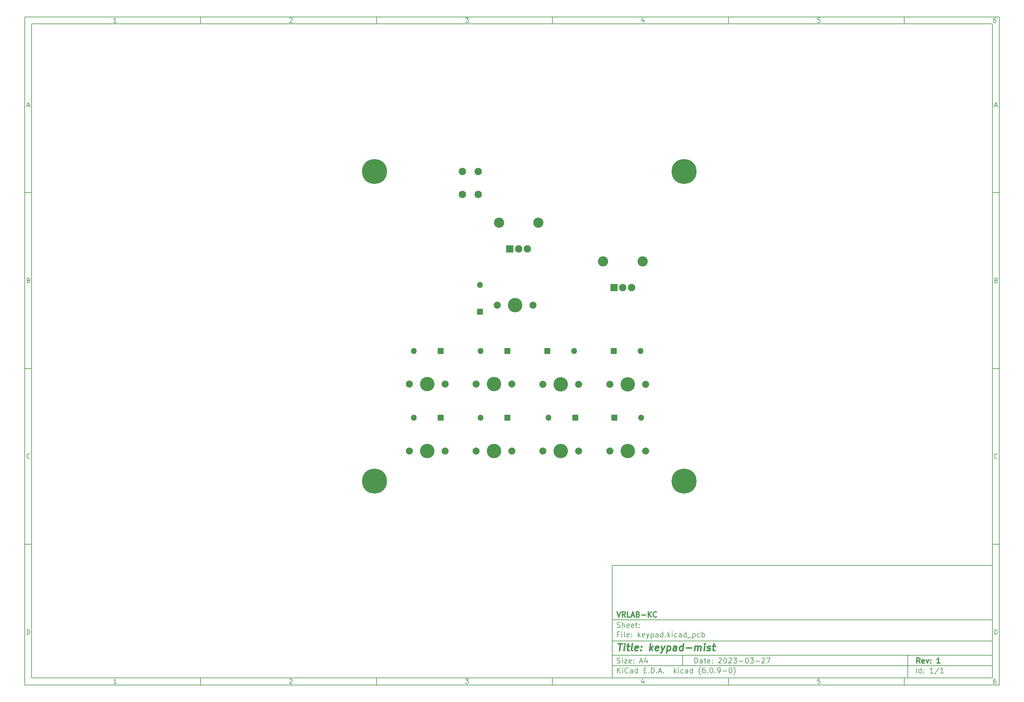
<source format=gbr>
G04 #@! TF.GenerationSoftware,KiCad,Pcbnew,(6.0.9-0)*
G04 #@! TF.CreationDate,2023-03-29T20:51:07+09:00*
G04 #@! TF.ProjectId,keypad,6b657970-6164-42e6-9b69-6361645f7063,1*
G04 #@! TF.SameCoordinates,Original*
G04 #@! TF.FileFunction,Soldermask,Top*
G04 #@! TF.FilePolarity,Negative*
%FSLAX46Y46*%
G04 Gerber Fmt 4.6, Leading zero omitted, Abs format (unit mm)*
G04 Created by KiCad (PCBNEW (6.0.9-0)) date 2023-03-29 20:51:07*
%MOMM*%
%LPD*%
G01*
G04 APERTURE LIST*
G04 Aperture macros list*
%AMRoundRect*
0 Rectangle with rounded corners*
0 $1 Rounding radius*
0 $2 $3 $4 $5 $6 $7 $8 $9 X,Y pos of 4 corners*
0 Add a 4 corners polygon primitive as box body*
4,1,4,$2,$3,$4,$5,$6,$7,$8,$9,$2,$3,0*
0 Add four circle primitives for the rounded corners*
1,1,$1+$1,$2,$3*
1,1,$1+$1,$4,$5*
1,1,$1+$1,$6,$7*
1,1,$1+$1,$8,$9*
0 Add four rect primitives between the rounded corners*
20,1,$1+$1,$2,$3,$4,$5,0*
20,1,$1+$1,$4,$5,$6,$7,0*
20,1,$1+$1,$6,$7,$8,$9,0*
20,1,$1+$1,$8,$9,$2,$3,0*%
G04 Aperture macros list end*
%ADD10C,0.100000*%
%ADD11C,0.150000*%
%ADD12C,0.300000*%
%ADD13C,0.400000*%
%ADD14C,4.100000*%
%ADD15C,2.000000*%
%ADD16RoundRect,0.050000X-0.800000X-0.800000X0.800000X-0.800000X0.800000X0.800000X-0.800000X0.800000X0*%
%ADD17O,1.700000X1.700000*%
%ADD18C,7.100000*%
%ADD19C,4.000000*%
%ADD20RoundRect,0.050000X0.800000X-0.800000X0.800000X0.800000X-0.800000X0.800000X-0.800000X-0.800000X0*%
%ADD21RoundRect,0.050000X0.800000X0.800000X-0.800000X0.800000X-0.800000X-0.800000X0.800000X-0.800000X0*%
%ADD22RoundRect,0.050000X1.000000X-1.000000X1.000000X1.000000X-1.000000X1.000000X-1.000000X-1.000000X0*%
%ADD23C,2.100000*%
%ADD24C,2.900000*%
G04 APERTURE END LIST*
D10*
D11*
X177002200Y-166007200D02*
X177002200Y-198007200D01*
X285002200Y-198007200D01*
X285002200Y-166007200D01*
X177002200Y-166007200D01*
D10*
D11*
X10000000Y-10000000D02*
X10000000Y-200007200D01*
X287002200Y-200007200D01*
X287002200Y-10000000D01*
X10000000Y-10000000D01*
D10*
D11*
X12000000Y-12000000D02*
X12000000Y-198007200D01*
X285002200Y-198007200D01*
X285002200Y-12000000D01*
X12000000Y-12000000D01*
D10*
D11*
X60000000Y-12000000D02*
X60000000Y-10000000D01*
D10*
D11*
X110000000Y-12000000D02*
X110000000Y-10000000D01*
D10*
D11*
X160000000Y-12000000D02*
X160000000Y-10000000D01*
D10*
D11*
X210000000Y-12000000D02*
X210000000Y-10000000D01*
D10*
D11*
X260000000Y-12000000D02*
X260000000Y-10000000D01*
D10*
D11*
X36065476Y-11588095D02*
X35322619Y-11588095D01*
X35694047Y-11588095D02*
X35694047Y-10288095D01*
X35570238Y-10473809D01*
X35446428Y-10597619D01*
X35322619Y-10659523D01*
D10*
D11*
X85322619Y-10411904D02*
X85384523Y-10350000D01*
X85508333Y-10288095D01*
X85817857Y-10288095D01*
X85941666Y-10350000D01*
X86003571Y-10411904D01*
X86065476Y-10535714D01*
X86065476Y-10659523D01*
X86003571Y-10845238D01*
X85260714Y-11588095D01*
X86065476Y-11588095D01*
D10*
D11*
X135260714Y-10288095D02*
X136065476Y-10288095D01*
X135632142Y-10783333D01*
X135817857Y-10783333D01*
X135941666Y-10845238D01*
X136003571Y-10907142D01*
X136065476Y-11030952D01*
X136065476Y-11340476D01*
X136003571Y-11464285D01*
X135941666Y-11526190D01*
X135817857Y-11588095D01*
X135446428Y-11588095D01*
X135322619Y-11526190D01*
X135260714Y-11464285D01*
D10*
D11*
X185941666Y-10721428D02*
X185941666Y-11588095D01*
X185632142Y-10226190D02*
X185322619Y-11154761D01*
X186127380Y-11154761D01*
D10*
D11*
X236003571Y-10288095D02*
X235384523Y-10288095D01*
X235322619Y-10907142D01*
X235384523Y-10845238D01*
X235508333Y-10783333D01*
X235817857Y-10783333D01*
X235941666Y-10845238D01*
X236003571Y-10907142D01*
X236065476Y-11030952D01*
X236065476Y-11340476D01*
X236003571Y-11464285D01*
X235941666Y-11526190D01*
X235817857Y-11588095D01*
X235508333Y-11588095D01*
X235384523Y-11526190D01*
X235322619Y-11464285D01*
D10*
D11*
X285941666Y-10288095D02*
X285694047Y-10288095D01*
X285570238Y-10350000D01*
X285508333Y-10411904D01*
X285384523Y-10597619D01*
X285322619Y-10845238D01*
X285322619Y-11340476D01*
X285384523Y-11464285D01*
X285446428Y-11526190D01*
X285570238Y-11588095D01*
X285817857Y-11588095D01*
X285941666Y-11526190D01*
X286003571Y-11464285D01*
X286065476Y-11340476D01*
X286065476Y-11030952D01*
X286003571Y-10907142D01*
X285941666Y-10845238D01*
X285817857Y-10783333D01*
X285570238Y-10783333D01*
X285446428Y-10845238D01*
X285384523Y-10907142D01*
X285322619Y-11030952D01*
D10*
D11*
X60000000Y-198007200D02*
X60000000Y-200007200D01*
D10*
D11*
X110000000Y-198007200D02*
X110000000Y-200007200D01*
D10*
D11*
X160000000Y-198007200D02*
X160000000Y-200007200D01*
D10*
D11*
X210000000Y-198007200D02*
X210000000Y-200007200D01*
D10*
D11*
X260000000Y-198007200D02*
X260000000Y-200007200D01*
D10*
D11*
X36065476Y-199595295D02*
X35322619Y-199595295D01*
X35694047Y-199595295D02*
X35694047Y-198295295D01*
X35570238Y-198481009D01*
X35446428Y-198604819D01*
X35322619Y-198666723D01*
D10*
D11*
X85322619Y-198419104D02*
X85384523Y-198357200D01*
X85508333Y-198295295D01*
X85817857Y-198295295D01*
X85941666Y-198357200D01*
X86003571Y-198419104D01*
X86065476Y-198542914D01*
X86065476Y-198666723D01*
X86003571Y-198852438D01*
X85260714Y-199595295D01*
X86065476Y-199595295D01*
D10*
D11*
X135260714Y-198295295D02*
X136065476Y-198295295D01*
X135632142Y-198790533D01*
X135817857Y-198790533D01*
X135941666Y-198852438D01*
X136003571Y-198914342D01*
X136065476Y-199038152D01*
X136065476Y-199347676D01*
X136003571Y-199471485D01*
X135941666Y-199533390D01*
X135817857Y-199595295D01*
X135446428Y-199595295D01*
X135322619Y-199533390D01*
X135260714Y-199471485D01*
D10*
D11*
X185941666Y-198728628D02*
X185941666Y-199595295D01*
X185632142Y-198233390D02*
X185322619Y-199161961D01*
X186127380Y-199161961D01*
D10*
D11*
X236003571Y-198295295D02*
X235384523Y-198295295D01*
X235322619Y-198914342D01*
X235384523Y-198852438D01*
X235508333Y-198790533D01*
X235817857Y-198790533D01*
X235941666Y-198852438D01*
X236003571Y-198914342D01*
X236065476Y-199038152D01*
X236065476Y-199347676D01*
X236003571Y-199471485D01*
X235941666Y-199533390D01*
X235817857Y-199595295D01*
X235508333Y-199595295D01*
X235384523Y-199533390D01*
X235322619Y-199471485D01*
D10*
D11*
X285941666Y-198295295D02*
X285694047Y-198295295D01*
X285570238Y-198357200D01*
X285508333Y-198419104D01*
X285384523Y-198604819D01*
X285322619Y-198852438D01*
X285322619Y-199347676D01*
X285384523Y-199471485D01*
X285446428Y-199533390D01*
X285570238Y-199595295D01*
X285817857Y-199595295D01*
X285941666Y-199533390D01*
X286003571Y-199471485D01*
X286065476Y-199347676D01*
X286065476Y-199038152D01*
X286003571Y-198914342D01*
X285941666Y-198852438D01*
X285817857Y-198790533D01*
X285570238Y-198790533D01*
X285446428Y-198852438D01*
X285384523Y-198914342D01*
X285322619Y-199038152D01*
D10*
D11*
X10000000Y-60000000D02*
X12000000Y-60000000D01*
D10*
D11*
X10000000Y-110000000D02*
X12000000Y-110000000D01*
D10*
D11*
X10000000Y-160000000D02*
X12000000Y-160000000D01*
D10*
D11*
X10690476Y-35216666D02*
X11309523Y-35216666D01*
X10566666Y-35588095D02*
X11000000Y-34288095D01*
X11433333Y-35588095D01*
D10*
D11*
X11092857Y-84907142D02*
X11278571Y-84969047D01*
X11340476Y-85030952D01*
X11402380Y-85154761D01*
X11402380Y-85340476D01*
X11340476Y-85464285D01*
X11278571Y-85526190D01*
X11154761Y-85588095D01*
X10659523Y-85588095D01*
X10659523Y-84288095D01*
X11092857Y-84288095D01*
X11216666Y-84350000D01*
X11278571Y-84411904D01*
X11340476Y-84535714D01*
X11340476Y-84659523D01*
X11278571Y-84783333D01*
X11216666Y-84845238D01*
X11092857Y-84907142D01*
X10659523Y-84907142D01*
D10*
D11*
X11402380Y-135464285D02*
X11340476Y-135526190D01*
X11154761Y-135588095D01*
X11030952Y-135588095D01*
X10845238Y-135526190D01*
X10721428Y-135402380D01*
X10659523Y-135278571D01*
X10597619Y-135030952D01*
X10597619Y-134845238D01*
X10659523Y-134597619D01*
X10721428Y-134473809D01*
X10845238Y-134350000D01*
X11030952Y-134288095D01*
X11154761Y-134288095D01*
X11340476Y-134350000D01*
X11402380Y-134411904D01*
D10*
D11*
X10659523Y-185588095D02*
X10659523Y-184288095D01*
X10969047Y-184288095D01*
X11154761Y-184350000D01*
X11278571Y-184473809D01*
X11340476Y-184597619D01*
X11402380Y-184845238D01*
X11402380Y-185030952D01*
X11340476Y-185278571D01*
X11278571Y-185402380D01*
X11154761Y-185526190D01*
X10969047Y-185588095D01*
X10659523Y-185588095D01*
D10*
D11*
X287002200Y-60000000D02*
X285002200Y-60000000D01*
D10*
D11*
X287002200Y-110000000D02*
X285002200Y-110000000D01*
D10*
D11*
X287002200Y-160000000D02*
X285002200Y-160000000D01*
D10*
D11*
X285692676Y-35216666D02*
X286311723Y-35216666D01*
X285568866Y-35588095D02*
X286002200Y-34288095D01*
X286435533Y-35588095D01*
D10*
D11*
X286095057Y-84907142D02*
X286280771Y-84969047D01*
X286342676Y-85030952D01*
X286404580Y-85154761D01*
X286404580Y-85340476D01*
X286342676Y-85464285D01*
X286280771Y-85526190D01*
X286156961Y-85588095D01*
X285661723Y-85588095D01*
X285661723Y-84288095D01*
X286095057Y-84288095D01*
X286218866Y-84350000D01*
X286280771Y-84411904D01*
X286342676Y-84535714D01*
X286342676Y-84659523D01*
X286280771Y-84783333D01*
X286218866Y-84845238D01*
X286095057Y-84907142D01*
X285661723Y-84907142D01*
D10*
D11*
X286404580Y-135464285D02*
X286342676Y-135526190D01*
X286156961Y-135588095D01*
X286033152Y-135588095D01*
X285847438Y-135526190D01*
X285723628Y-135402380D01*
X285661723Y-135278571D01*
X285599819Y-135030952D01*
X285599819Y-134845238D01*
X285661723Y-134597619D01*
X285723628Y-134473809D01*
X285847438Y-134350000D01*
X286033152Y-134288095D01*
X286156961Y-134288095D01*
X286342676Y-134350000D01*
X286404580Y-134411904D01*
D10*
D11*
X285661723Y-185588095D02*
X285661723Y-184288095D01*
X285971247Y-184288095D01*
X286156961Y-184350000D01*
X286280771Y-184473809D01*
X286342676Y-184597619D01*
X286404580Y-184845238D01*
X286404580Y-185030952D01*
X286342676Y-185278571D01*
X286280771Y-185402380D01*
X286156961Y-185526190D01*
X285971247Y-185588095D01*
X285661723Y-185588095D01*
D10*
D11*
X200434342Y-193785771D02*
X200434342Y-192285771D01*
X200791485Y-192285771D01*
X201005771Y-192357200D01*
X201148628Y-192500057D01*
X201220057Y-192642914D01*
X201291485Y-192928628D01*
X201291485Y-193142914D01*
X201220057Y-193428628D01*
X201148628Y-193571485D01*
X201005771Y-193714342D01*
X200791485Y-193785771D01*
X200434342Y-193785771D01*
X202577200Y-193785771D02*
X202577200Y-193000057D01*
X202505771Y-192857200D01*
X202362914Y-192785771D01*
X202077200Y-192785771D01*
X201934342Y-192857200D01*
X202577200Y-193714342D02*
X202434342Y-193785771D01*
X202077200Y-193785771D01*
X201934342Y-193714342D01*
X201862914Y-193571485D01*
X201862914Y-193428628D01*
X201934342Y-193285771D01*
X202077200Y-193214342D01*
X202434342Y-193214342D01*
X202577200Y-193142914D01*
X203077200Y-192785771D02*
X203648628Y-192785771D01*
X203291485Y-192285771D02*
X203291485Y-193571485D01*
X203362914Y-193714342D01*
X203505771Y-193785771D01*
X203648628Y-193785771D01*
X204720057Y-193714342D02*
X204577200Y-193785771D01*
X204291485Y-193785771D01*
X204148628Y-193714342D01*
X204077200Y-193571485D01*
X204077200Y-193000057D01*
X204148628Y-192857200D01*
X204291485Y-192785771D01*
X204577200Y-192785771D01*
X204720057Y-192857200D01*
X204791485Y-193000057D01*
X204791485Y-193142914D01*
X204077200Y-193285771D01*
X205434342Y-193642914D02*
X205505771Y-193714342D01*
X205434342Y-193785771D01*
X205362914Y-193714342D01*
X205434342Y-193642914D01*
X205434342Y-193785771D01*
X205434342Y-192857200D02*
X205505771Y-192928628D01*
X205434342Y-193000057D01*
X205362914Y-192928628D01*
X205434342Y-192857200D01*
X205434342Y-193000057D01*
X207220057Y-192428628D02*
X207291485Y-192357200D01*
X207434342Y-192285771D01*
X207791485Y-192285771D01*
X207934342Y-192357200D01*
X208005771Y-192428628D01*
X208077200Y-192571485D01*
X208077200Y-192714342D01*
X208005771Y-192928628D01*
X207148628Y-193785771D01*
X208077200Y-193785771D01*
X209005771Y-192285771D02*
X209148628Y-192285771D01*
X209291485Y-192357200D01*
X209362914Y-192428628D01*
X209434342Y-192571485D01*
X209505771Y-192857200D01*
X209505771Y-193214342D01*
X209434342Y-193500057D01*
X209362914Y-193642914D01*
X209291485Y-193714342D01*
X209148628Y-193785771D01*
X209005771Y-193785771D01*
X208862914Y-193714342D01*
X208791485Y-193642914D01*
X208720057Y-193500057D01*
X208648628Y-193214342D01*
X208648628Y-192857200D01*
X208720057Y-192571485D01*
X208791485Y-192428628D01*
X208862914Y-192357200D01*
X209005771Y-192285771D01*
X210077200Y-192428628D02*
X210148628Y-192357200D01*
X210291485Y-192285771D01*
X210648628Y-192285771D01*
X210791485Y-192357200D01*
X210862914Y-192428628D01*
X210934342Y-192571485D01*
X210934342Y-192714342D01*
X210862914Y-192928628D01*
X210005771Y-193785771D01*
X210934342Y-193785771D01*
X211434342Y-192285771D02*
X212362914Y-192285771D01*
X211862914Y-192857200D01*
X212077200Y-192857200D01*
X212220057Y-192928628D01*
X212291485Y-193000057D01*
X212362914Y-193142914D01*
X212362914Y-193500057D01*
X212291485Y-193642914D01*
X212220057Y-193714342D01*
X212077200Y-193785771D01*
X211648628Y-193785771D01*
X211505771Y-193714342D01*
X211434342Y-193642914D01*
X213005771Y-193214342D02*
X214148628Y-193214342D01*
X215148628Y-192285771D02*
X215291485Y-192285771D01*
X215434342Y-192357200D01*
X215505771Y-192428628D01*
X215577200Y-192571485D01*
X215648628Y-192857200D01*
X215648628Y-193214342D01*
X215577200Y-193500057D01*
X215505771Y-193642914D01*
X215434342Y-193714342D01*
X215291485Y-193785771D01*
X215148628Y-193785771D01*
X215005771Y-193714342D01*
X214934342Y-193642914D01*
X214862914Y-193500057D01*
X214791485Y-193214342D01*
X214791485Y-192857200D01*
X214862914Y-192571485D01*
X214934342Y-192428628D01*
X215005771Y-192357200D01*
X215148628Y-192285771D01*
X216148628Y-192285771D02*
X217077200Y-192285771D01*
X216577200Y-192857200D01*
X216791485Y-192857200D01*
X216934342Y-192928628D01*
X217005771Y-193000057D01*
X217077200Y-193142914D01*
X217077200Y-193500057D01*
X217005771Y-193642914D01*
X216934342Y-193714342D01*
X216791485Y-193785771D01*
X216362914Y-193785771D01*
X216220057Y-193714342D01*
X216148628Y-193642914D01*
X217720057Y-193214342D02*
X218862914Y-193214342D01*
X219505771Y-192428628D02*
X219577200Y-192357200D01*
X219720057Y-192285771D01*
X220077200Y-192285771D01*
X220220057Y-192357200D01*
X220291485Y-192428628D01*
X220362914Y-192571485D01*
X220362914Y-192714342D01*
X220291485Y-192928628D01*
X219434342Y-193785771D01*
X220362914Y-193785771D01*
X220862914Y-192285771D02*
X221862914Y-192285771D01*
X221220057Y-193785771D01*
D10*
D11*
X177002200Y-194507200D02*
X285002200Y-194507200D01*
D10*
D11*
X178434342Y-196585771D02*
X178434342Y-195085771D01*
X179291485Y-196585771D02*
X178648628Y-195728628D01*
X179291485Y-195085771D02*
X178434342Y-195942914D01*
X179934342Y-196585771D02*
X179934342Y-195585771D01*
X179934342Y-195085771D02*
X179862914Y-195157200D01*
X179934342Y-195228628D01*
X180005771Y-195157200D01*
X179934342Y-195085771D01*
X179934342Y-195228628D01*
X181505771Y-196442914D02*
X181434342Y-196514342D01*
X181220057Y-196585771D01*
X181077200Y-196585771D01*
X180862914Y-196514342D01*
X180720057Y-196371485D01*
X180648628Y-196228628D01*
X180577200Y-195942914D01*
X180577200Y-195728628D01*
X180648628Y-195442914D01*
X180720057Y-195300057D01*
X180862914Y-195157200D01*
X181077200Y-195085771D01*
X181220057Y-195085771D01*
X181434342Y-195157200D01*
X181505771Y-195228628D01*
X182791485Y-196585771D02*
X182791485Y-195800057D01*
X182720057Y-195657200D01*
X182577200Y-195585771D01*
X182291485Y-195585771D01*
X182148628Y-195657200D01*
X182791485Y-196514342D02*
X182648628Y-196585771D01*
X182291485Y-196585771D01*
X182148628Y-196514342D01*
X182077200Y-196371485D01*
X182077200Y-196228628D01*
X182148628Y-196085771D01*
X182291485Y-196014342D01*
X182648628Y-196014342D01*
X182791485Y-195942914D01*
X184148628Y-196585771D02*
X184148628Y-195085771D01*
X184148628Y-196514342D02*
X184005771Y-196585771D01*
X183720057Y-196585771D01*
X183577200Y-196514342D01*
X183505771Y-196442914D01*
X183434342Y-196300057D01*
X183434342Y-195871485D01*
X183505771Y-195728628D01*
X183577200Y-195657200D01*
X183720057Y-195585771D01*
X184005771Y-195585771D01*
X184148628Y-195657200D01*
X186005771Y-195800057D02*
X186505771Y-195800057D01*
X186720057Y-196585771D02*
X186005771Y-196585771D01*
X186005771Y-195085771D01*
X186720057Y-195085771D01*
X187362914Y-196442914D02*
X187434342Y-196514342D01*
X187362914Y-196585771D01*
X187291485Y-196514342D01*
X187362914Y-196442914D01*
X187362914Y-196585771D01*
X188077200Y-196585771D02*
X188077200Y-195085771D01*
X188434342Y-195085771D01*
X188648628Y-195157200D01*
X188791485Y-195300057D01*
X188862914Y-195442914D01*
X188934342Y-195728628D01*
X188934342Y-195942914D01*
X188862914Y-196228628D01*
X188791485Y-196371485D01*
X188648628Y-196514342D01*
X188434342Y-196585771D01*
X188077200Y-196585771D01*
X189577200Y-196442914D02*
X189648628Y-196514342D01*
X189577200Y-196585771D01*
X189505771Y-196514342D01*
X189577200Y-196442914D01*
X189577200Y-196585771D01*
X190220057Y-196157200D02*
X190934342Y-196157200D01*
X190077200Y-196585771D02*
X190577200Y-195085771D01*
X191077200Y-196585771D01*
X191577200Y-196442914D02*
X191648628Y-196514342D01*
X191577200Y-196585771D01*
X191505771Y-196514342D01*
X191577200Y-196442914D01*
X191577200Y-196585771D01*
X194577200Y-196585771D02*
X194577200Y-195085771D01*
X194720057Y-196014342D02*
X195148628Y-196585771D01*
X195148628Y-195585771D02*
X194577200Y-196157200D01*
X195791485Y-196585771D02*
X195791485Y-195585771D01*
X195791485Y-195085771D02*
X195720057Y-195157200D01*
X195791485Y-195228628D01*
X195862914Y-195157200D01*
X195791485Y-195085771D01*
X195791485Y-195228628D01*
X197148628Y-196514342D02*
X197005771Y-196585771D01*
X196720057Y-196585771D01*
X196577200Y-196514342D01*
X196505771Y-196442914D01*
X196434342Y-196300057D01*
X196434342Y-195871485D01*
X196505771Y-195728628D01*
X196577200Y-195657200D01*
X196720057Y-195585771D01*
X197005771Y-195585771D01*
X197148628Y-195657200D01*
X198434342Y-196585771D02*
X198434342Y-195800057D01*
X198362914Y-195657200D01*
X198220057Y-195585771D01*
X197934342Y-195585771D01*
X197791485Y-195657200D01*
X198434342Y-196514342D02*
X198291485Y-196585771D01*
X197934342Y-196585771D01*
X197791485Y-196514342D01*
X197720057Y-196371485D01*
X197720057Y-196228628D01*
X197791485Y-196085771D01*
X197934342Y-196014342D01*
X198291485Y-196014342D01*
X198434342Y-195942914D01*
X199791485Y-196585771D02*
X199791485Y-195085771D01*
X199791485Y-196514342D02*
X199648628Y-196585771D01*
X199362914Y-196585771D01*
X199220057Y-196514342D01*
X199148628Y-196442914D01*
X199077200Y-196300057D01*
X199077200Y-195871485D01*
X199148628Y-195728628D01*
X199220057Y-195657200D01*
X199362914Y-195585771D01*
X199648628Y-195585771D01*
X199791485Y-195657200D01*
X202077200Y-197157200D02*
X202005771Y-197085771D01*
X201862914Y-196871485D01*
X201791485Y-196728628D01*
X201720057Y-196514342D01*
X201648628Y-196157200D01*
X201648628Y-195871485D01*
X201720057Y-195514342D01*
X201791485Y-195300057D01*
X201862914Y-195157200D01*
X202005771Y-194942914D01*
X202077200Y-194871485D01*
X203291485Y-195085771D02*
X203005771Y-195085771D01*
X202862914Y-195157200D01*
X202791485Y-195228628D01*
X202648628Y-195442914D01*
X202577200Y-195728628D01*
X202577200Y-196300057D01*
X202648628Y-196442914D01*
X202720057Y-196514342D01*
X202862914Y-196585771D01*
X203148628Y-196585771D01*
X203291485Y-196514342D01*
X203362914Y-196442914D01*
X203434342Y-196300057D01*
X203434342Y-195942914D01*
X203362914Y-195800057D01*
X203291485Y-195728628D01*
X203148628Y-195657200D01*
X202862914Y-195657200D01*
X202720057Y-195728628D01*
X202648628Y-195800057D01*
X202577200Y-195942914D01*
X204077200Y-196442914D02*
X204148628Y-196514342D01*
X204077200Y-196585771D01*
X204005771Y-196514342D01*
X204077200Y-196442914D01*
X204077200Y-196585771D01*
X205077200Y-195085771D02*
X205220057Y-195085771D01*
X205362914Y-195157200D01*
X205434342Y-195228628D01*
X205505771Y-195371485D01*
X205577200Y-195657200D01*
X205577200Y-196014342D01*
X205505771Y-196300057D01*
X205434342Y-196442914D01*
X205362914Y-196514342D01*
X205220057Y-196585771D01*
X205077200Y-196585771D01*
X204934342Y-196514342D01*
X204862914Y-196442914D01*
X204791485Y-196300057D01*
X204720057Y-196014342D01*
X204720057Y-195657200D01*
X204791485Y-195371485D01*
X204862914Y-195228628D01*
X204934342Y-195157200D01*
X205077200Y-195085771D01*
X206220057Y-196442914D02*
X206291485Y-196514342D01*
X206220057Y-196585771D01*
X206148628Y-196514342D01*
X206220057Y-196442914D01*
X206220057Y-196585771D01*
X207005771Y-196585771D02*
X207291485Y-196585771D01*
X207434342Y-196514342D01*
X207505771Y-196442914D01*
X207648628Y-196228628D01*
X207720057Y-195942914D01*
X207720057Y-195371485D01*
X207648628Y-195228628D01*
X207577200Y-195157200D01*
X207434342Y-195085771D01*
X207148628Y-195085771D01*
X207005771Y-195157200D01*
X206934342Y-195228628D01*
X206862914Y-195371485D01*
X206862914Y-195728628D01*
X206934342Y-195871485D01*
X207005771Y-195942914D01*
X207148628Y-196014342D01*
X207434342Y-196014342D01*
X207577200Y-195942914D01*
X207648628Y-195871485D01*
X207720057Y-195728628D01*
X208362914Y-196014342D02*
X209505771Y-196014342D01*
X210505771Y-195085771D02*
X210648628Y-195085771D01*
X210791485Y-195157200D01*
X210862914Y-195228628D01*
X210934342Y-195371485D01*
X211005771Y-195657200D01*
X211005771Y-196014342D01*
X210934342Y-196300057D01*
X210862914Y-196442914D01*
X210791485Y-196514342D01*
X210648628Y-196585771D01*
X210505771Y-196585771D01*
X210362914Y-196514342D01*
X210291485Y-196442914D01*
X210220057Y-196300057D01*
X210148628Y-196014342D01*
X210148628Y-195657200D01*
X210220057Y-195371485D01*
X210291485Y-195228628D01*
X210362914Y-195157200D01*
X210505771Y-195085771D01*
X211505771Y-197157200D02*
X211577200Y-197085771D01*
X211720057Y-196871485D01*
X211791485Y-196728628D01*
X211862914Y-196514342D01*
X211934342Y-196157200D01*
X211934342Y-195871485D01*
X211862914Y-195514342D01*
X211791485Y-195300057D01*
X211720057Y-195157200D01*
X211577200Y-194942914D01*
X211505771Y-194871485D01*
D10*
D11*
X177002200Y-191507200D02*
X285002200Y-191507200D01*
D10*
D12*
X264411485Y-193785771D02*
X263911485Y-193071485D01*
X263554342Y-193785771D02*
X263554342Y-192285771D01*
X264125771Y-192285771D01*
X264268628Y-192357200D01*
X264340057Y-192428628D01*
X264411485Y-192571485D01*
X264411485Y-192785771D01*
X264340057Y-192928628D01*
X264268628Y-193000057D01*
X264125771Y-193071485D01*
X263554342Y-193071485D01*
X265625771Y-193714342D02*
X265482914Y-193785771D01*
X265197200Y-193785771D01*
X265054342Y-193714342D01*
X264982914Y-193571485D01*
X264982914Y-193000057D01*
X265054342Y-192857200D01*
X265197200Y-192785771D01*
X265482914Y-192785771D01*
X265625771Y-192857200D01*
X265697200Y-193000057D01*
X265697200Y-193142914D01*
X264982914Y-193285771D01*
X266197200Y-192785771D02*
X266554342Y-193785771D01*
X266911485Y-192785771D01*
X267482914Y-193642914D02*
X267554342Y-193714342D01*
X267482914Y-193785771D01*
X267411485Y-193714342D01*
X267482914Y-193642914D01*
X267482914Y-193785771D01*
X267482914Y-192857200D02*
X267554342Y-192928628D01*
X267482914Y-193000057D01*
X267411485Y-192928628D01*
X267482914Y-192857200D01*
X267482914Y-193000057D01*
X270125771Y-193785771D02*
X269268628Y-193785771D01*
X269697200Y-193785771D02*
X269697200Y-192285771D01*
X269554342Y-192500057D01*
X269411485Y-192642914D01*
X269268628Y-192714342D01*
D10*
D11*
X178362914Y-193714342D02*
X178577200Y-193785771D01*
X178934342Y-193785771D01*
X179077200Y-193714342D01*
X179148628Y-193642914D01*
X179220057Y-193500057D01*
X179220057Y-193357200D01*
X179148628Y-193214342D01*
X179077200Y-193142914D01*
X178934342Y-193071485D01*
X178648628Y-193000057D01*
X178505771Y-192928628D01*
X178434342Y-192857200D01*
X178362914Y-192714342D01*
X178362914Y-192571485D01*
X178434342Y-192428628D01*
X178505771Y-192357200D01*
X178648628Y-192285771D01*
X179005771Y-192285771D01*
X179220057Y-192357200D01*
X179862914Y-193785771D02*
X179862914Y-192785771D01*
X179862914Y-192285771D02*
X179791485Y-192357200D01*
X179862914Y-192428628D01*
X179934342Y-192357200D01*
X179862914Y-192285771D01*
X179862914Y-192428628D01*
X180434342Y-192785771D02*
X181220057Y-192785771D01*
X180434342Y-193785771D01*
X181220057Y-193785771D01*
X182362914Y-193714342D02*
X182220057Y-193785771D01*
X181934342Y-193785771D01*
X181791485Y-193714342D01*
X181720057Y-193571485D01*
X181720057Y-193000057D01*
X181791485Y-192857200D01*
X181934342Y-192785771D01*
X182220057Y-192785771D01*
X182362914Y-192857200D01*
X182434342Y-193000057D01*
X182434342Y-193142914D01*
X181720057Y-193285771D01*
X183077200Y-193642914D02*
X183148628Y-193714342D01*
X183077200Y-193785771D01*
X183005771Y-193714342D01*
X183077200Y-193642914D01*
X183077200Y-193785771D01*
X183077200Y-192857200D02*
X183148628Y-192928628D01*
X183077200Y-193000057D01*
X183005771Y-192928628D01*
X183077200Y-192857200D01*
X183077200Y-193000057D01*
X184862914Y-193357200D02*
X185577200Y-193357200D01*
X184720057Y-193785771D02*
X185220057Y-192285771D01*
X185720057Y-193785771D01*
X186862914Y-192785771D02*
X186862914Y-193785771D01*
X186505771Y-192214342D02*
X186148628Y-193285771D01*
X187077200Y-193285771D01*
D10*
D11*
X263434342Y-196585771D02*
X263434342Y-195085771D01*
X264791485Y-196585771D02*
X264791485Y-195085771D01*
X264791485Y-196514342D02*
X264648628Y-196585771D01*
X264362914Y-196585771D01*
X264220057Y-196514342D01*
X264148628Y-196442914D01*
X264077200Y-196300057D01*
X264077200Y-195871485D01*
X264148628Y-195728628D01*
X264220057Y-195657200D01*
X264362914Y-195585771D01*
X264648628Y-195585771D01*
X264791485Y-195657200D01*
X265505771Y-196442914D02*
X265577200Y-196514342D01*
X265505771Y-196585771D01*
X265434342Y-196514342D01*
X265505771Y-196442914D01*
X265505771Y-196585771D01*
X265505771Y-195657200D02*
X265577200Y-195728628D01*
X265505771Y-195800057D01*
X265434342Y-195728628D01*
X265505771Y-195657200D01*
X265505771Y-195800057D01*
X268148628Y-196585771D02*
X267291485Y-196585771D01*
X267720057Y-196585771D02*
X267720057Y-195085771D01*
X267577200Y-195300057D01*
X267434342Y-195442914D01*
X267291485Y-195514342D01*
X269862914Y-195014342D02*
X268577200Y-196942914D01*
X271148628Y-196585771D02*
X270291485Y-196585771D01*
X270720057Y-196585771D02*
X270720057Y-195085771D01*
X270577200Y-195300057D01*
X270434342Y-195442914D01*
X270291485Y-195514342D01*
D10*
D11*
X177002200Y-187507200D02*
X285002200Y-187507200D01*
D10*
D13*
X178714580Y-188211961D02*
X179857438Y-188211961D01*
X179036009Y-190211961D02*
X179286009Y-188211961D01*
X180274104Y-190211961D02*
X180440771Y-188878628D01*
X180524104Y-188211961D02*
X180416961Y-188307200D01*
X180500295Y-188402438D01*
X180607438Y-188307200D01*
X180524104Y-188211961D01*
X180500295Y-188402438D01*
X181107438Y-188878628D02*
X181869342Y-188878628D01*
X181476485Y-188211961D02*
X181262200Y-189926247D01*
X181333628Y-190116723D01*
X181512200Y-190211961D01*
X181702676Y-190211961D01*
X182655057Y-190211961D02*
X182476485Y-190116723D01*
X182405057Y-189926247D01*
X182619342Y-188211961D01*
X184190771Y-190116723D02*
X183988390Y-190211961D01*
X183607438Y-190211961D01*
X183428866Y-190116723D01*
X183357438Y-189926247D01*
X183452676Y-189164342D01*
X183571723Y-188973866D01*
X183774104Y-188878628D01*
X184155057Y-188878628D01*
X184333628Y-188973866D01*
X184405057Y-189164342D01*
X184381247Y-189354819D01*
X183405057Y-189545295D01*
X185155057Y-190021485D02*
X185238390Y-190116723D01*
X185131247Y-190211961D01*
X185047914Y-190116723D01*
X185155057Y-190021485D01*
X185131247Y-190211961D01*
X185286009Y-188973866D02*
X185369342Y-189069104D01*
X185262200Y-189164342D01*
X185178866Y-189069104D01*
X185286009Y-188973866D01*
X185262200Y-189164342D01*
X187607438Y-190211961D02*
X187857438Y-188211961D01*
X187893152Y-189450057D02*
X188369342Y-190211961D01*
X188536009Y-188878628D02*
X187678866Y-189640533D01*
X190000295Y-190116723D02*
X189797914Y-190211961D01*
X189416961Y-190211961D01*
X189238390Y-190116723D01*
X189166961Y-189926247D01*
X189262200Y-189164342D01*
X189381247Y-188973866D01*
X189583628Y-188878628D01*
X189964580Y-188878628D01*
X190143152Y-188973866D01*
X190214580Y-189164342D01*
X190190771Y-189354819D01*
X189214580Y-189545295D01*
X190916961Y-188878628D02*
X191226485Y-190211961D01*
X191869342Y-188878628D02*
X191226485Y-190211961D01*
X190976485Y-190688152D01*
X190869342Y-190783390D01*
X190666961Y-190878628D01*
X192631247Y-188878628D02*
X192381247Y-190878628D01*
X192619342Y-188973866D02*
X192821723Y-188878628D01*
X193202676Y-188878628D01*
X193381247Y-188973866D01*
X193464580Y-189069104D01*
X193536009Y-189259580D01*
X193464580Y-189831009D01*
X193345533Y-190021485D01*
X193238390Y-190116723D01*
X193036009Y-190211961D01*
X192655057Y-190211961D01*
X192476485Y-190116723D01*
X195131247Y-190211961D02*
X195262200Y-189164342D01*
X195190771Y-188973866D01*
X195012200Y-188878628D01*
X194631247Y-188878628D01*
X194428866Y-188973866D01*
X195143152Y-190116723D02*
X194940771Y-190211961D01*
X194464580Y-190211961D01*
X194286009Y-190116723D01*
X194214580Y-189926247D01*
X194238390Y-189735771D01*
X194357438Y-189545295D01*
X194559819Y-189450057D01*
X195036009Y-189450057D01*
X195238390Y-189354819D01*
X196940771Y-190211961D02*
X197190771Y-188211961D01*
X196952676Y-190116723D02*
X196750295Y-190211961D01*
X196369342Y-190211961D01*
X196190771Y-190116723D01*
X196107438Y-190021485D01*
X196036009Y-189831009D01*
X196107438Y-189259580D01*
X196226485Y-189069104D01*
X196333628Y-188973866D01*
X196536009Y-188878628D01*
X196916961Y-188878628D01*
X197095533Y-188973866D01*
X197988390Y-189450057D02*
X199512200Y-189450057D01*
X200369342Y-190211961D02*
X200536009Y-188878628D01*
X200512200Y-189069104D02*
X200619342Y-188973866D01*
X200821723Y-188878628D01*
X201107438Y-188878628D01*
X201286009Y-188973866D01*
X201357438Y-189164342D01*
X201226485Y-190211961D01*
X201357438Y-189164342D02*
X201476485Y-188973866D01*
X201678866Y-188878628D01*
X201964580Y-188878628D01*
X202143152Y-188973866D01*
X202214580Y-189164342D01*
X202083628Y-190211961D01*
X203036009Y-190211961D02*
X203202676Y-188878628D01*
X203286009Y-188211961D02*
X203178866Y-188307200D01*
X203262200Y-188402438D01*
X203369342Y-188307200D01*
X203286009Y-188211961D01*
X203262200Y-188402438D01*
X203905057Y-190116723D02*
X204083628Y-190211961D01*
X204464580Y-190211961D01*
X204666961Y-190116723D01*
X204786009Y-189926247D01*
X204797914Y-189831009D01*
X204726485Y-189640533D01*
X204547914Y-189545295D01*
X204262200Y-189545295D01*
X204083628Y-189450057D01*
X204012200Y-189259580D01*
X204024104Y-189164342D01*
X204143152Y-188973866D01*
X204345533Y-188878628D01*
X204631247Y-188878628D01*
X204809819Y-188973866D01*
X205488390Y-188878628D02*
X206250295Y-188878628D01*
X205857438Y-188211961D02*
X205643152Y-189926247D01*
X205714580Y-190116723D01*
X205893152Y-190211961D01*
X206083628Y-190211961D01*
D10*
D11*
X178934342Y-185600057D02*
X178434342Y-185600057D01*
X178434342Y-186385771D02*
X178434342Y-184885771D01*
X179148628Y-184885771D01*
X179720057Y-186385771D02*
X179720057Y-185385771D01*
X179720057Y-184885771D02*
X179648628Y-184957200D01*
X179720057Y-185028628D01*
X179791485Y-184957200D01*
X179720057Y-184885771D01*
X179720057Y-185028628D01*
X180648628Y-186385771D02*
X180505771Y-186314342D01*
X180434342Y-186171485D01*
X180434342Y-184885771D01*
X181791485Y-186314342D02*
X181648628Y-186385771D01*
X181362914Y-186385771D01*
X181220057Y-186314342D01*
X181148628Y-186171485D01*
X181148628Y-185600057D01*
X181220057Y-185457200D01*
X181362914Y-185385771D01*
X181648628Y-185385771D01*
X181791485Y-185457200D01*
X181862914Y-185600057D01*
X181862914Y-185742914D01*
X181148628Y-185885771D01*
X182505771Y-186242914D02*
X182577200Y-186314342D01*
X182505771Y-186385771D01*
X182434342Y-186314342D01*
X182505771Y-186242914D01*
X182505771Y-186385771D01*
X182505771Y-185457200D02*
X182577200Y-185528628D01*
X182505771Y-185600057D01*
X182434342Y-185528628D01*
X182505771Y-185457200D01*
X182505771Y-185600057D01*
X184362914Y-186385771D02*
X184362914Y-184885771D01*
X184505771Y-185814342D02*
X184934342Y-186385771D01*
X184934342Y-185385771D02*
X184362914Y-185957200D01*
X186148628Y-186314342D02*
X186005771Y-186385771D01*
X185720057Y-186385771D01*
X185577200Y-186314342D01*
X185505771Y-186171485D01*
X185505771Y-185600057D01*
X185577200Y-185457200D01*
X185720057Y-185385771D01*
X186005771Y-185385771D01*
X186148628Y-185457200D01*
X186220057Y-185600057D01*
X186220057Y-185742914D01*
X185505771Y-185885771D01*
X186720057Y-185385771D02*
X187077200Y-186385771D01*
X187434342Y-185385771D02*
X187077200Y-186385771D01*
X186934342Y-186742914D01*
X186862914Y-186814342D01*
X186720057Y-186885771D01*
X188005771Y-185385771D02*
X188005771Y-186885771D01*
X188005771Y-185457200D02*
X188148628Y-185385771D01*
X188434342Y-185385771D01*
X188577200Y-185457200D01*
X188648628Y-185528628D01*
X188720057Y-185671485D01*
X188720057Y-186100057D01*
X188648628Y-186242914D01*
X188577200Y-186314342D01*
X188434342Y-186385771D01*
X188148628Y-186385771D01*
X188005771Y-186314342D01*
X190005771Y-186385771D02*
X190005771Y-185600057D01*
X189934342Y-185457200D01*
X189791485Y-185385771D01*
X189505771Y-185385771D01*
X189362914Y-185457200D01*
X190005771Y-186314342D02*
X189862914Y-186385771D01*
X189505771Y-186385771D01*
X189362914Y-186314342D01*
X189291485Y-186171485D01*
X189291485Y-186028628D01*
X189362914Y-185885771D01*
X189505771Y-185814342D01*
X189862914Y-185814342D01*
X190005771Y-185742914D01*
X191362914Y-186385771D02*
X191362914Y-184885771D01*
X191362914Y-186314342D02*
X191220057Y-186385771D01*
X190934342Y-186385771D01*
X190791485Y-186314342D01*
X190720057Y-186242914D01*
X190648628Y-186100057D01*
X190648628Y-185671485D01*
X190720057Y-185528628D01*
X190791485Y-185457200D01*
X190934342Y-185385771D01*
X191220057Y-185385771D01*
X191362914Y-185457200D01*
X192077200Y-186242914D02*
X192148628Y-186314342D01*
X192077200Y-186385771D01*
X192005771Y-186314342D01*
X192077200Y-186242914D01*
X192077200Y-186385771D01*
X192791485Y-186385771D02*
X192791485Y-184885771D01*
X192934342Y-185814342D02*
X193362914Y-186385771D01*
X193362914Y-185385771D02*
X192791485Y-185957200D01*
X194005771Y-186385771D02*
X194005771Y-185385771D01*
X194005771Y-184885771D02*
X193934342Y-184957200D01*
X194005771Y-185028628D01*
X194077200Y-184957200D01*
X194005771Y-184885771D01*
X194005771Y-185028628D01*
X195362914Y-186314342D02*
X195220057Y-186385771D01*
X194934342Y-186385771D01*
X194791485Y-186314342D01*
X194720057Y-186242914D01*
X194648628Y-186100057D01*
X194648628Y-185671485D01*
X194720057Y-185528628D01*
X194791485Y-185457200D01*
X194934342Y-185385771D01*
X195220057Y-185385771D01*
X195362914Y-185457200D01*
X196648628Y-186385771D02*
X196648628Y-185600057D01*
X196577200Y-185457200D01*
X196434342Y-185385771D01*
X196148628Y-185385771D01*
X196005771Y-185457200D01*
X196648628Y-186314342D02*
X196505771Y-186385771D01*
X196148628Y-186385771D01*
X196005771Y-186314342D01*
X195934342Y-186171485D01*
X195934342Y-186028628D01*
X196005771Y-185885771D01*
X196148628Y-185814342D01*
X196505771Y-185814342D01*
X196648628Y-185742914D01*
X198005771Y-186385771D02*
X198005771Y-184885771D01*
X198005771Y-186314342D02*
X197862914Y-186385771D01*
X197577200Y-186385771D01*
X197434342Y-186314342D01*
X197362914Y-186242914D01*
X197291485Y-186100057D01*
X197291485Y-185671485D01*
X197362914Y-185528628D01*
X197434342Y-185457200D01*
X197577200Y-185385771D01*
X197862914Y-185385771D01*
X198005771Y-185457200D01*
X198362914Y-186528628D02*
X199505771Y-186528628D01*
X199862914Y-185385771D02*
X199862914Y-186885771D01*
X199862914Y-185457200D02*
X200005771Y-185385771D01*
X200291485Y-185385771D01*
X200434342Y-185457200D01*
X200505771Y-185528628D01*
X200577200Y-185671485D01*
X200577200Y-186100057D01*
X200505771Y-186242914D01*
X200434342Y-186314342D01*
X200291485Y-186385771D01*
X200005771Y-186385771D01*
X199862914Y-186314342D01*
X201862914Y-186314342D02*
X201720057Y-186385771D01*
X201434342Y-186385771D01*
X201291485Y-186314342D01*
X201220057Y-186242914D01*
X201148628Y-186100057D01*
X201148628Y-185671485D01*
X201220057Y-185528628D01*
X201291485Y-185457200D01*
X201434342Y-185385771D01*
X201720057Y-185385771D01*
X201862914Y-185457200D01*
X202505771Y-186385771D02*
X202505771Y-184885771D01*
X202505771Y-185457200D02*
X202648628Y-185385771D01*
X202934342Y-185385771D01*
X203077200Y-185457200D01*
X203148628Y-185528628D01*
X203220057Y-185671485D01*
X203220057Y-186100057D01*
X203148628Y-186242914D01*
X203077200Y-186314342D01*
X202934342Y-186385771D01*
X202648628Y-186385771D01*
X202505771Y-186314342D01*
D10*
D11*
X177002200Y-181507200D02*
X285002200Y-181507200D01*
D10*
D11*
X178362914Y-183614342D02*
X178577200Y-183685771D01*
X178934342Y-183685771D01*
X179077200Y-183614342D01*
X179148628Y-183542914D01*
X179220057Y-183400057D01*
X179220057Y-183257200D01*
X179148628Y-183114342D01*
X179077200Y-183042914D01*
X178934342Y-182971485D01*
X178648628Y-182900057D01*
X178505771Y-182828628D01*
X178434342Y-182757200D01*
X178362914Y-182614342D01*
X178362914Y-182471485D01*
X178434342Y-182328628D01*
X178505771Y-182257200D01*
X178648628Y-182185771D01*
X179005771Y-182185771D01*
X179220057Y-182257200D01*
X179862914Y-183685771D02*
X179862914Y-182185771D01*
X180505771Y-183685771D02*
X180505771Y-182900057D01*
X180434342Y-182757200D01*
X180291485Y-182685771D01*
X180077200Y-182685771D01*
X179934342Y-182757200D01*
X179862914Y-182828628D01*
X181791485Y-183614342D02*
X181648628Y-183685771D01*
X181362914Y-183685771D01*
X181220057Y-183614342D01*
X181148628Y-183471485D01*
X181148628Y-182900057D01*
X181220057Y-182757200D01*
X181362914Y-182685771D01*
X181648628Y-182685771D01*
X181791485Y-182757200D01*
X181862914Y-182900057D01*
X181862914Y-183042914D01*
X181148628Y-183185771D01*
X183077200Y-183614342D02*
X182934342Y-183685771D01*
X182648628Y-183685771D01*
X182505771Y-183614342D01*
X182434342Y-183471485D01*
X182434342Y-182900057D01*
X182505771Y-182757200D01*
X182648628Y-182685771D01*
X182934342Y-182685771D01*
X183077200Y-182757200D01*
X183148628Y-182900057D01*
X183148628Y-183042914D01*
X182434342Y-183185771D01*
X183577200Y-182685771D02*
X184148628Y-182685771D01*
X183791485Y-182185771D02*
X183791485Y-183471485D01*
X183862914Y-183614342D01*
X184005771Y-183685771D01*
X184148628Y-183685771D01*
X184648628Y-183542914D02*
X184720057Y-183614342D01*
X184648628Y-183685771D01*
X184577200Y-183614342D01*
X184648628Y-183542914D01*
X184648628Y-183685771D01*
X184648628Y-182757200D02*
X184720057Y-182828628D01*
X184648628Y-182900057D01*
X184577200Y-182828628D01*
X184648628Y-182757200D01*
X184648628Y-182900057D01*
D10*
D12*
X178340057Y-179185771D02*
X178840057Y-180685771D01*
X179340057Y-179185771D01*
X180697200Y-180685771D02*
X180197200Y-179971485D01*
X179840057Y-180685771D02*
X179840057Y-179185771D01*
X180411485Y-179185771D01*
X180554342Y-179257200D01*
X180625771Y-179328628D01*
X180697200Y-179471485D01*
X180697200Y-179685771D01*
X180625771Y-179828628D01*
X180554342Y-179900057D01*
X180411485Y-179971485D01*
X179840057Y-179971485D01*
X182054342Y-180685771D02*
X181340057Y-180685771D01*
X181340057Y-179185771D01*
X182482914Y-180257200D02*
X183197200Y-180257200D01*
X182340057Y-180685771D02*
X182840057Y-179185771D01*
X183340057Y-180685771D01*
X184340057Y-179900057D02*
X184554342Y-179971485D01*
X184625771Y-180042914D01*
X184697200Y-180185771D01*
X184697200Y-180400057D01*
X184625771Y-180542914D01*
X184554342Y-180614342D01*
X184411485Y-180685771D01*
X183840057Y-180685771D01*
X183840057Y-179185771D01*
X184340057Y-179185771D01*
X184482914Y-179257200D01*
X184554342Y-179328628D01*
X184625771Y-179471485D01*
X184625771Y-179614342D01*
X184554342Y-179757200D01*
X184482914Y-179828628D01*
X184340057Y-179900057D01*
X183840057Y-179900057D01*
X185340057Y-180114342D02*
X186482914Y-180114342D01*
X187197200Y-180685771D02*
X187197200Y-179185771D01*
X188054342Y-180685771D02*
X187411485Y-179828628D01*
X188054342Y-179185771D02*
X187197200Y-180042914D01*
X189554342Y-180542914D02*
X189482914Y-180614342D01*
X189268628Y-180685771D01*
X189125771Y-180685771D01*
X188911485Y-180614342D01*
X188768628Y-180471485D01*
X188697200Y-180328628D01*
X188625771Y-180042914D01*
X188625771Y-179828628D01*
X188697200Y-179542914D01*
X188768628Y-179400057D01*
X188911485Y-179257200D01*
X189125771Y-179185771D01*
X189268628Y-179185771D01*
X189482914Y-179257200D01*
X189554342Y-179328628D01*
D10*
D11*
D10*
D11*
D10*
D11*
D10*
D11*
D10*
D11*
X197002200Y-191507200D02*
X197002200Y-194507200D01*
D10*
D11*
X261002200Y-191507200D02*
X261002200Y-198007200D01*
D14*
G04 #@! TO.C,SW8*
X181380000Y-114500000D03*
D15*
X186460000Y-114500000D03*
X176300000Y-114500000D03*
G04 #@! TD*
D16*
G04 #@! TO.C,D8*
X177380000Y-105000000D03*
D17*
X185000000Y-105000000D03*
G04 #@! TD*
D18*
G04 #@! TO.C,REF\u002A\u002A*
X109380000Y-54000000D03*
D19*
X109380000Y-54000000D03*
G04 #@! TD*
D20*
G04 #@! TO.C,D9*
X139380000Y-93810000D03*
D17*
X139380000Y-86190000D03*
G04 #@! TD*
D14*
G04 #@! TO.C,SW9*
X149380000Y-92000000D03*
D15*
X154460000Y-92000000D03*
X144300000Y-92000000D03*
G04 #@! TD*
D21*
G04 #@! TO.C,D6*
X147190000Y-124000000D03*
D17*
X139570000Y-124000000D03*
G04 #@! TD*
D15*
G04 #@! TO.C,SW4*
X186460000Y-133500000D03*
D14*
X181380000Y-133500000D03*
D15*
X176300000Y-133500000D03*
G04 #@! TD*
D14*
G04 #@! TO.C,SW1*
X124380000Y-114450000D03*
D15*
X119300000Y-114450000D03*
X129460000Y-114450000D03*
G04 #@! TD*
D22*
G04 #@! TO.C,SW11*
X177480000Y-87000000D03*
D23*
X182480000Y-87000000D03*
X179980000Y-87000000D03*
D24*
X174380000Y-79500000D03*
X185580000Y-79500000D03*
G04 #@! TD*
D14*
G04 #@! TO.C,SW3*
X162380000Y-114500000D03*
D15*
X157300000Y-114500000D03*
X167460000Y-114500000D03*
G04 #@! TD*
D18*
G04 #@! TO.C,REF*
X197380000Y-54000000D03*
D19*
X197380000Y-54000000D03*
G04 #@! TD*
D21*
G04 #@! TO.C,D2*
X147190000Y-105000000D03*
D17*
X139570000Y-105000000D03*
G04 #@! TD*
D15*
G04 #@! TO.C,SW2*
X148460000Y-114450000D03*
X138300000Y-114450000D03*
D14*
X143380000Y-114450000D03*
G04 #@! TD*
D15*
G04 #@! TO.C,SW6*
X138300000Y-133500000D03*
D14*
X143380000Y-133500000D03*
D15*
X148460000Y-133500000D03*
G04 #@! TD*
D23*
G04 #@! TO.C,SW12*
X138880000Y-60500000D03*
X138880000Y-54000000D03*
X134380000Y-60500000D03*
X134380000Y-54000000D03*
G04 #@! TD*
D21*
G04 #@! TO.C,D7*
X166500000Y-124000000D03*
D17*
X158880000Y-124000000D03*
G04 #@! TD*
D21*
G04 #@! TO.C,D5*
X128190000Y-124000000D03*
D17*
X120570000Y-124000000D03*
G04 #@! TD*
D22*
G04 #@! TO.C,SW10*
X147880000Y-76000000D03*
D23*
X152880000Y-76000000D03*
X150380000Y-76000000D03*
D24*
X155980000Y-68500000D03*
X144780000Y-68500000D03*
G04 #@! TD*
D15*
G04 #@! TO.C,SW5*
X129460000Y-133500000D03*
X119300000Y-133500000D03*
D14*
X124380000Y-133500000D03*
G04 #@! TD*
D18*
G04 #@! TO.C,REF\u002A\u002A*
X197380000Y-142000000D03*
D19*
X197380000Y-142000000D03*
G04 #@! TD*
G04 #@! TO.C,REF\u002A\u002A*
X109380000Y-142000000D03*
D18*
X109380000Y-142000000D03*
G04 #@! TD*
D16*
G04 #@! TO.C,D3*
X158570000Y-105000000D03*
D17*
X166190000Y-105000000D03*
G04 #@! TD*
D21*
G04 #@! TO.C,D1*
X128190000Y-105000000D03*
D17*
X120570000Y-105000000D03*
G04 #@! TD*
D16*
G04 #@! TO.C,D4*
X177570000Y-124000000D03*
D17*
X185190000Y-124000000D03*
G04 #@! TD*
D14*
G04 #@! TO.C,SW7*
X162380000Y-133500000D03*
D15*
X157300000Y-133500000D03*
X167460000Y-133500000D03*
G04 #@! TD*
M02*

</source>
